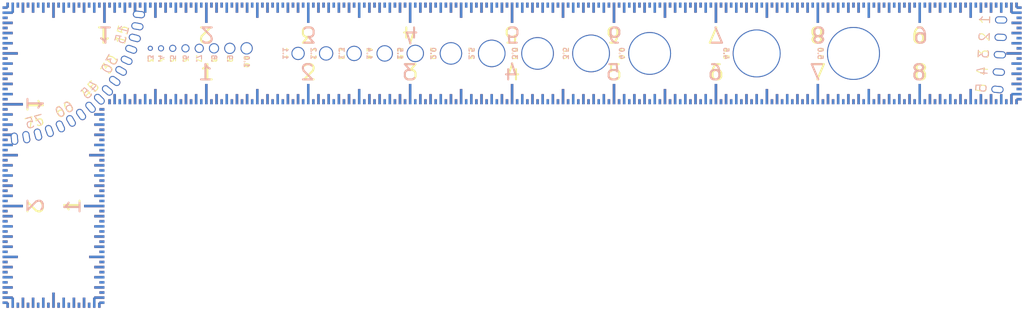
<source format=kicad_pcb>
(kicad_pcb (version 20221018) (generator pcbnew)
  (layers (0 "F.Cu" signal) (31 "B.Cu" signal) (34 "B.Paste" user) (35 "F.Paste" user) (36 "B.SilkS" user "B.Silkscreen") (37 "F.SilkS" user "F.Silkscreen") (38 "B.Mask" user) (39 "F.Mask" user) (44 "Edge.Cuts" user))
  (net 0 "")
  (footprint "Library:9.5mm" (layer "F.Cu") (at 50 60 90)
    (fp_text reference "Ref**" hide)
    (fp_text value "Val**" hide)
  )
  (footprint "Library:protractor_1deg" (layer "F.Cu") (at 50 50)
    (fp_text reference "REF**" hide)
    (fp_text value "protractor" hide)
  )
  (footprint "Library:protractor_5deg" (layer "F.Cu") (at 50 50)
    (fp_text reference "REF**" hide)
    (fp_text value "protractor" hide)
  )
  (footprint "Library:1cm" (layer "F.Cu") (at 100 60 180)
    (fp_text reference "Ref**" hide)
    (fp_text value "Val**" hide)
  )
  (footprint "Library:9.5mm" (layer "F.Cu") (at 60 80 180)
    (fp_text reference "Ref**" hide)
    (fp_text value "Val**" hide)
  )
  (footprint "Library:1cm" (layer "F.Cu") (at 130 60 180)
    (fp_text reference "Ref**" hide)
    (fp_text value "Val**" hide)
  )
  (footprint "Library:1cm" (layer "F.Cu") (at 90 60 180)
    (fp_text reference "Ref**" hide)
    (fp_text value "Val**" hide)
  )
  (footprint "Library:1cm" (layer "F.Cu") (at 50 80 90)
    (fp_text reference "Ref**" hide)
    (fp_text value "Val**" hide)
  )
  (footprint "Library:9.5mm" (layer "F.Cu") (at 150 50 -90)
    (fp_text reference "Ref**" hide)
    (fp_text value "Val**" hide)
  )
  (footprint "Library:1cm" (layer "F.Cu") (at 60 50)
    (fp_text reference "Ref**" hide)
    (fp_text value "Val**" hide)
  )
  (footprint "Library:1cm" (layer "F.Cu") (at 150 60 180)
    (fp_text reference "Ref**" hide)
    (fp_text value "Val**" hide)
  )
  (footprint "Library:1cm" (layer "F.Cu") (at 140 60 180)
    (fp_text reference "Ref**" hide)
    (fp_text value "Val**" hide)
  )
  (footprint "Library:1cm" (layer "F.Cu") (at 110 60 180)
    (fp_text reference "Ref**" hide)
    (fp_text value "Val**" hide)
  )
  (footprint "Library:1cm" (layer "F.Cu") (at 110 50)
    (fp_text reference "Ref**" hide)
    (fp_text value "Val**" hide)
  )
  (footprint "Library:hole_gauge_0.3_1.0mm" (layer "F.Cu") (at 64.5 54.5)
    (fp_text reference "REF**" hide)
    (fp_text value "hole_gauge" hide)
  )
  (footprint "Library:1cm" (layer "F.Cu") (at 80 50)
    (fp_text reference "Ref**" hide)
    (fp_text value "Val**" hide)
  )
  (footprint "Library:1cm" (layer "F.Cu") (at 120 60 180)
    (fp_text reference "Ref**" hide)
    (fp_text value "Val**" hide)
  )
  (footprint "Library:1cm" (layer "F.Cu") (at 50 70 90)
    (fp_text reference "Ref**" hide)
    (fp_text value "Val**" hide)
  )
  (footprint "Library:1cm" (layer "F.Cu") (at 90 50)
    (fp_text reference "Ref**" hide)
    (fp_text value "Val**" hide)
  )
  (footprint "Library:1cm" (layer "F.Cu") (at 130 50)
    (fp_text reference "Ref**" hide)
    (fp_text value "Val**" hide)
  )
  (footprint "Library:1cm" (layer "F.Cu") (at 120 50)
    (fp_text reference "Ref**" hide)
    (fp_text value "Val**" hide)
  )
  (footprint "Library:9.5mm" (layer "F.Cu") (at 70 60 180)
    (fp_text reference "Ref**" hide)
    (fp_text value "Val**" hide)
  )
  (footprint "Library:1cm" (layer "F.Cu") (at 60 60 -90)
    (fp_text reference "Ref**" hide)
    (fp_text value "Val**" hide)
  )
  (footprint "Library:1cm" (layer "F.Cu") (at 70 50)
    (fp_text reference "Ref**" hide)
    (fp_text value "Val**" hide)
  )
  (footprint "Library:9.5mm" (layer "F.Cu") (at 140 50)
    (fp_text reference "Ref**" hide)
    (fp_text value "Val**" hide)
  )
  (footprint "Library:1cm" (layer "F.Cu") (at 80 60 180)
    (fp_text reference "Ref**" hide)
    (fp_text value "Val**" hide)
  )
  (footprint "Library:9.5mm" (layer "F.Cu") (at 60 70 -90)
    (fp_text reference "Ref**" hide)
    (fp_text value "Val**" hide)
  )
  (footprint "Library:hole_gauge_1.1_5.0mm" (layer "F.Cu") (at 79 55)
    (fp_text reference "REF**" hide)
    (fp_text value "hole_gauge_1.1_5.0mm" hide)
  )
  (footprint "Library:1cm" (layer "F.Cu") (at 100 50)
    (fp_text reference "Ref**" hide)
    (fp_text value "Val**" hide)
  )
  (footprint "Library:1cm" (layer "F.Cu") (at 50 50)
    (fp_text reference "Ref**" hide)
    (fp_text value "Val**" hide)
  )
  (footprint "Library:1cm" (layer "B.Cu") (at 80 60)
    (fp_text reference "Ref**" hide)
    (fp_text value "Val**" hide)
  )
  (footprint "Library:1cm" (layer "B.Cu") (at 90 60)
    (fp_text reference "Ref**" hide)
    (fp_text value "Val**" hide)
  )
  (footprint "Library:1cm" (layer "B.Cu") (at 70 50 180)
    (fp_text reference "Ref**" hide)
    (fp_text value "Val**" hide)
  )
  (footprint "Library:1cm" (layer "B.Cu") (at 110 50 180)
    (fp_text reference "Ref**" hide)
    (fp_text value "Val**" hide)
  )
  (footprint "Library:9.5mm" (layer "B.Cu") (at 50 70 -90)
    (fp_text reference "Ref**" hide)
    (fp_text value "Val**" hide)
  )
  (footprint "Library:1cm" (layer "B.Cu") (at 100 60)
    (fp_text reference "Ref**" hide)
    (fp_text value "Val**" hide)
  )
  (footprint "Library:1cm" (layer "B.Cu") (at 90 50 180)
    (fp_text reference "Ref**" hide)
    (fp_text value "Val**" hide)
  )
  (footprint "Library:9.5mm" (layer "B.Cu") (at 150 60 90)
    (fp_text reference "Ref**" hide)
    (fp_text value "Val**" hide)
  )
  (footprint "Library:1cm" (layer "B.Cu") (at 150 50 180)
    (fp_text reference "Ref**" hide)
    (fp_text value "Val**" hide)
  )
  (footprint "Library:1cm" (layer "B.Cu") (at 50 60 -90)
    (fp_text reference "Ref**" hide)
    (fp_text value "Val**" hide)
  )
  (footprint "Library:9.5mm" (layer "B.Cu") (at 50 80)
    (fp_text reference "Ref**" hide)
    (fp_text value "Val**" hide)
  )
  (footprint "Library:9.5mm" (layer "B.Cu") (at 140 60)
    (fp_text reference "Ref**" hide)
    (fp_text value "Val**" hide)
  )
  (footprint "Library:1cm" (layer "B.Cu") (at 120 50 180)
    (fp_text reference "Ref**" hide)
    (fp_text value "Val**" hide)
  )
  (footprint "Library:1cm" (layer "B.Cu") (at 70 60)
    (fp_text reference "Ref**" hide)
    (fp_text value "Val**" hide)
  )
  (footprint "Library:1cm" (layer "B.Cu") (at 120 60)
    (fp_text reference "Ref**" hide)
    (fp_text value "Val**" hide)
  )
  (footprint "Library:9.5mm" (layer "B.Cu") (at 60 70 90)
    (fp_text reference "Ref**" hide)
    (fp_text value "Val**" hide)
  )
  (footprint "Library:1cm" (layer "B.Cu") (at 50 50 -90)
    (fp_text reference "Ref**" hide)
    (fp_text value "Val**" hide)
  )
  (footprint "Library:1cm" (layer "B.Cu") (at 140 50 180)
    (fp_text reference "Ref**" hide)
    (fp_text value "Val**" hide)
  )
  (footprint "Library:1cm" (layer "B.Cu") (at 80 50 180)
    (fp_text reference "Ref**" hide)
    (fp_text value "Val**" hide)
  )
  (footprint "Library:1cm" (layer "B.Cu") (at 60 60)
    (fp_text reference "Ref**" hide)
    (fp_text value "Val**" hide)
  )
  (footprint "Library:1cm" (layer "B.Cu") (at 110 60)
    (fp_text reference "Ref**" hide)
    (fp_text value "Val**" hide)
  )
  (footprint "Library:1cm" (layer "B.Cu") (at 130 60)
    (fp_text reference "Ref**" hide)
    (fp_text value "Val**" hide)
  )
  (footprint "Library:1cm" (layer "B.Cu") (at 130 50 180)
    (fp_text reference "Ref**" hide)
    (fp_text value "Val**" hide)
  )
  (footprint "Library:1cm" (layer "B.Cu") (at 100 50 180)
    (fp_text reference "Ref**" hide)
    (fp_text value "Val**" hide)
  )
  (footprint "Library:1cm" (layer "B.Cu") (at 60 80 90)
    (fp_text reference "Ref**" hide)
    (fp_text value "Val**" hide)
  )
  (footprint "Library:9.5mm" (layer "B.Cu") (at 60 50 180)
    (fp_text reference "Ref**" hide)
    (fp_text value "Val**" hide)
  )
  (gr_line (start 50 80) (end 50 50) (stroke (width 0.001)) (layer "Edge.Cuts"))
  (gr_line (start 60 60) (end 60 80) (stroke (width 0.001)) (layer "Edge.Cuts"))
  (gr_line (start 150 50) (end 150 60) (stroke (width 0.001)) (layer "Edge.Cuts"))
  (gr_line (start 150 60) (end 60 60) (stroke (width 0.001)) (layer "Edge.Cuts"))
  (gr_line (start 60 80) (end 50 80) (stroke (width 0.001)) (layer "Edge.Cuts"))
  (gr_line (start 50 50) (end 150 50) (stroke (width 0.001)) (layer "Edge.Cuts"))
)
</source>
